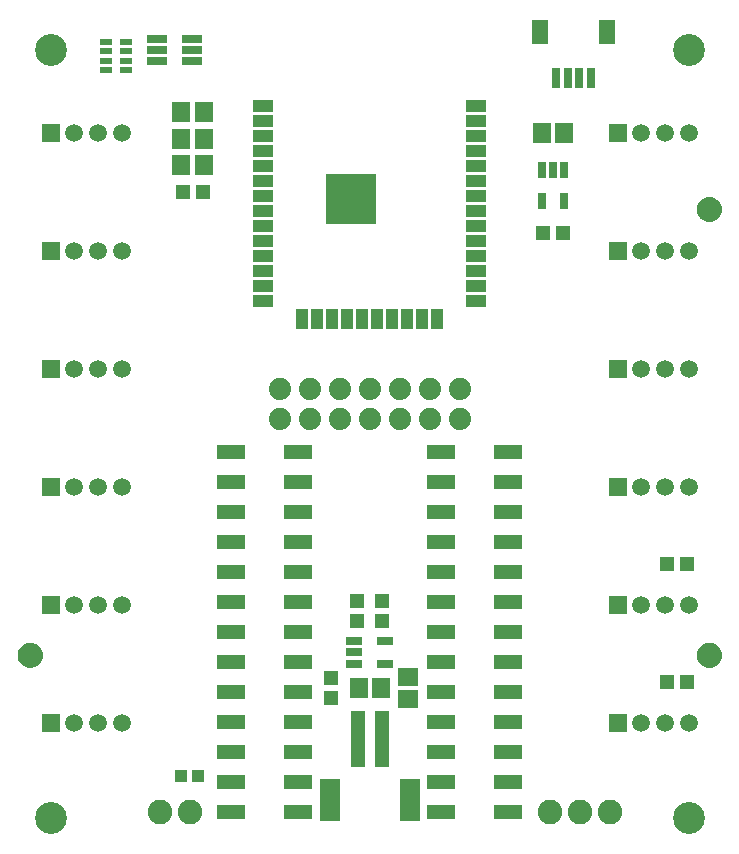
<source format=gbr>
G04 EAGLE Gerber RS-274X export*
G75*
%MOMM*%
%FSLAX34Y34*%
%LPD*%
%INSoldermask Top*%
%IPPOS*%
%AMOC8*
5,1,8,0,0,1.08239X$1,22.5*%
G01*
%ADD10C,2.703200*%
%ADD11R,1.511200X1.511200*%
%ADD12C,1.511200*%
%ADD13R,1.703200X1.103200*%
%ADD14R,1.103200X1.703200*%
%ADD15R,4.203200X4.203200*%
%ADD16R,1.203200X4.803200*%
%ADD17R,1.803200X3.603200*%
%ADD18R,1.403200X0.753200*%
%ADD19R,1.803200X0.703200*%
%ADD20R,1.103200X0.628200*%
%ADD21R,0.753200X1.403200*%
%ADD22R,1.303200X1.203200*%
%ADD23R,1.203200X1.303200*%
%ADD24R,1.703200X1.503200*%
%ADD25R,1.503200X1.703200*%
%ADD26R,1.003200X1.003200*%
%ADD27C,2.082800*%
%ADD28R,0.803200X1.753200*%
%ADD29R,1.403200X2.003200*%
%ADD30C,1.879600*%
%ADD31R,2.423200X1.223200*%

G36*
X-285708Y97020D02*
X-285708Y97020D01*
X-285665Y97032D01*
X-285599Y97039D01*
X-283916Y97490D01*
X-283875Y97509D01*
X-283812Y97528D01*
X-282232Y98265D01*
X-282195Y98291D01*
X-282136Y98320D01*
X-280708Y99320D01*
X-280677Y99352D01*
X-280624Y99391D01*
X-279391Y100624D01*
X-279366Y100660D01*
X-279320Y100708D01*
X-278320Y102136D01*
X-278302Y102177D01*
X-278265Y102232D01*
X-277528Y103812D01*
X-277517Y103855D01*
X-277490Y103916D01*
X-277039Y105599D01*
X-277037Y105631D01*
X-277030Y105652D01*
X-277030Y105667D01*
X-277020Y105708D01*
X-276868Y107445D01*
X-276872Y107489D01*
X-276868Y107555D01*
X-277020Y109292D01*
X-277032Y109335D01*
X-277039Y109401D01*
X-277490Y111084D01*
X-277509Y111125D01*
X-277528Y111188D01*
X-278265Y112768D01*
X-278291Y112805D01*
X-278320Y112864D01*
X-279320Y114292D01*
X-279352Y114323D01*
X-279391Y114376D01*
X-280624Y115609D01*
X-280660Y115634D01*
X-280708Y115680D01*
X-282136Y116680D01*
X-282177Y116698D01*
X-282232Y116735D01*
X-283812Y117472D01*
X-283855Y117483D01*
X-283916Y117510D01*
X-285599Y117961D01*
X-285644Y117964D01*
X-285708Y117980D01*
X-287445Y118132D01*
X-287489Y118128D01*
X-287555Y118132D01*
X-289292Y117980D01*
X-289335Y117968D01*
X-289401Y117961D01*
X-291084Y117510D01*
X-291125Y117491D01*
X-291188Y117472D01*
X-292768Y116735D01*
X-292805Y116709D01*
X-292864Y116680D01*
X-294292Y115680D01*
X-294323Y115648D01*
X-294376Y115609D01*
X-295609Y114376D01*
X-295634Y114340D01*
X-295680Y114292D01*
X-296680Y112864D01*
X-296698Y112823D01*
X-296735Y112768D01*
X-297472Y111188D01*
X-297483Y111145D01*
X-297510Y111084D01*
X-297961Y109401D01*
X-297964Y109356D01*
X-297980Y109292D01*
X-298132Y107555D01*
X-298128Y107511D01*
X-298132Y107445D01*
X-297980Y105708D01*
X-297968Y105665D01*
X-297964Y105631D01*
X-297964Y105615D01*
X-297962Y105610D01*
X-297961Y105599D01*
X-297510Y103916D01*
X-297491Y103875D01*
X-297472Y103812D01*
X-296735Y102232D01*
X-296709Y102195D01*
X-296680Y102136D01*
X-295680Y100708D01*
X-295648Y100677D01*
X-295609Y100624D01*
X-294376Y99391D01*
X-294340Y99366D01*
X-294292Y99320D01*
X-292864Y98320D01*
X-292823Y98302D01*
X-292768Y98265D01*
X-291188Y97528D01*
X-291145Y97517D01*
X-291084Y97490D01*
X-289401Y97039D01*
X-289356Y97036D01*
X-289292Y97020D01*
X-287555Y96868D01*
X-287511Y96872D01*
X-287445Y96868D01*
X-285708Y97020D01*
G37*
G36*
X289292Y97020D02*
X289292Y97020D01*
X289335Y97032D01*
X289401Y97039D01*
X291084Y97490D01*
X291125Y97509D01*
X291188Y97528D01*
X292768Y98265D01*
X292805Y98291D01*
X292864Y98320D01*
X294292Y99320D01*
X294323Y99352D01*
X294376Y99391D01*
X295609Y100624D01*
X295634Y100660D01*
X295680Y100708D01*
X296680Y102136D01*
X296698Y102177D01*
X296735Y102232D01*
X297472Y103812D01*
X297483Y103855D01*
X297510Y103916D01*
X297961Y105599D01*
X297963Y105631D01*
X297970Y105652D01*
X297970Y105667D01*
X297980Y105708D01*
X298132Y107445D01*
X298128Y107489D01*
X298132Y107555D01*
X297980Y109292D01*
X297968Y109335D01*
X297961Y109401D01*
X297510Y111084D01*
X297491Y111125D01*
X297472Y111188D01*
X296735Y112768D01*
X296709Y112805D01*
X296680Y112864D01*
X295680Y114292D01*
X295648Y114323D01*
X295609Y114376D01*
X294376Y115609D01*
X294340Y115634D01*
X294292Y115680D01*
X292864Y116680D01*
X292823Y116698D01*
X292768Y116735D01*
X291188Y117472D01*
X291145Y117483D01*
X291084Y117510D01*
X289401Y117961D01*
X289356Y117964D01*
X289292Y117980D01*
X287555Y118132D01*
X287511Y118128D01*
X287445Y118132D01*
X285708Y117980D01*
X285665Y117968D01*
X285599Y117961D01*
X283916Y117510D01*
X283875Y117491D01*
X283812Y117472D01*
X282232Y116735D01*
X282195Y116709D01*
X282136Y116680D01*
X280708Y115680D01*
X280677Y115648D01*
X280624Y115609D01*
X279391Y114376D01*
X279366Y114340D01*
X279320Y114292D01*
X278320Y112864D01*
X278302Y112823D01*
X278265Y112768D01*
X277528Y111188D01*
X277517Y111145D01*
X277490Y111084D01*
X277039Y109401D01*
X277036Y109356D01*
X277020Y109292D01*
X276868Y107555D01*
X276872Y107511D01*
X276868Y107445D01*
X277020Y105708D01*
X277032Y105665D01*
X277036Y105631D01*
X277036Y105615D01*
X277038Y105610D01*
X277039Y105599D01*
X277490Y103916D01*
X277509Y103875D01*
X277528Y103812D01*
X278265Y102232D01*
X278291Y102195D01*
X278320Y102136D01*
X279320Y100708D01*
X279352Y100677D01*
X279391Y100624D01*
X280624Y99391D01*
X280660Y99366D01*
X280708Y99320D01*
X282136Y98320D01*
X282177Y98302D01*
X282232Y98265D01*
X283812Y97528D01*
X283855Y97517D01*
X283916Y97490D01*
X285599Y97039D01*
X285644Y97036D01*
X285708Y97020D01*
X287445Y96868D01*
X287489Y96872D01*
X287555Y96868D01*
X289292Y97020D01*
G37*
G36*
X289292Y474520D02*
X289292Y474520D01*
X289335Y474532D01*
X289401Y474539D01*
X291084Y474990D01*
X291125Y475009D01*
X291188Y475028D01*
X292768Y475765D01*
X292805Y475791D01*
X292864Y475820D01*
X294292Y476820D01*
X294323Y476852D01*
X294376Y476891D01*
X295609Y478124D01*
X295634Y478160D01*
X295680Y478208D01*
X296680Y479636D01*
X296698Y479677D01*
X296735Y479732D01*
X297472Y481312D01*
X297483Y481355D01*
X297510Y481416D01*
X297961Y483099D01*
X297963Y483131D01*
X297970Y483152D01*
X297970Y483167D01*
X297980Y483208D01*
X298132Y484945D01*
X298128Y484989D01*
X298132Y485055D01*
X297980Y486792D01*
X297968Y486835D01*
X297961Y486901D01*
X297510Y488584D01*
X297491Y488625D01*
X297472Y488688D01*
X296735Y490268D01*
X296709Y490305D01*
X296680Y490364D01*
X295680Y491792D01*
X295648Y491823D01*
X295609Y491876D01*
X294376Y493109D01*
X294340Y493134D01*
X294292Y493180D01*
X292864Y494180D01*
X292823Y494198D01*
X292768Y494235D01*
X291188Y494972D01*
X291145Y494983D01*
X291084Y495010D01*
X289401Y495461D01*
X289356Y495464D01*
X289292Y495480D01*
X287555Y495632D01*
X287511Y495628D01*
X287445Y495632D01*
X285708Y495480D01*
X285665Y495468D01*
X285599Y495461D01*
X283916Y495010D01*
X283875Y494991D01*
X283812Y494972D01*
X282232Y494235D01*
X282195Y494209D01*
X282136Y494180D01*
X280708Y493180D01*
X280677Y493148D01*
X280624Y493109D01*
X279391Y491876D01*
X279366Y491840D01*
X279320Y491792D01*
X278320Y490364D01*
X278302Y490323D01*
X278265Y490268D01*
X277528Y488688D01*
X277517Y488645D01*
X277490Y488584D01*
X277039Y486901D01*
X277036Y486856D01*
X277020Y486792D01*
X276868Y485055D01*
X276872Y485011D01*
X276868Y484945D01*
X277020Y483208D01*
X277032Y483165D01*
X277036Y483131D01*
X277036Y483115D01*
X277038Y483110D01*
X277039Y483099D01*
X277490Y481416D01*
X277509Y481375D01*
X277528Y481312D01*
X278265Y479732D01*
X278291Y479695D01*
X278320Y479636D01*
X279320Y478208D01*
X279352Y478177D01*
X279391Y478124D01*
X280624Y476891D01*
X280660Y476866D01*
X280708Y476820D01*
X282136Y475820D01*
X282177Y475802D01*
X282232Y475765D01*
X283812Y475028D01*
X283855Y475017D01*
X283916Y474990D01*
X285599Y474539D01*
X285644Y474536D01*
X285708Y474520D01*
X287445Y474368D01*
X287489Y474372D01*
X287555Y474368D01*
X289292Y474520D01*
G37*
D10*
X-270000Y-30000D03*
X270000Y-30000D03*
X270000Y620000D03*
X-270000Y620000D03*
D11*
X210000Y550000D03*
D12*
X230000Y550000D03*
X250000Y550000D03*
X270000Y550000D03*
D13*
X-90000Y572300D03*
X-90000Y559600D03*
X-90000Y546900D03*
X-90000Y534200D03*
X-90000Y521500D03*
X-90000Y508800D03*
X-90000Y496100D03*
X-90000Y483400D03*
X-90000Y470700D03*
X-90000Y458000D03*
X-90000Y445300D03*
X-90000Y432600D03*
X-90000Y419900D03*
X-90000Y407200D03*
D14*
X-57150Y392300D03*
X-44450Y392300D03*
X-31750Y392300D03*
X-19050Y392300D03*
X-6350Y392300D03*
X6350Y392300D03*
X19050Y392300D03*
X31750Y392300D03*
X44450Y392300D03*
X57150Y392300D03*
D13*
X90000Y407200D03*
X90000Y419900D03*
X90000Y432600D03*
X90000Y445300D03*
X90000Y458000D03*
X90000Y470700D03*
X90000Y483400D03*
X90000Y496100D03*
X90000Y508800D03*
X90000Y521500D03*
X90000Y534200D03*
X90000Y546900D03*
X90000Y559600D03*
X90000Y572300D03*
D15*
X-15500Y493800D03*
D16*
X10000Y37000D03*
X-10000Y37000D03*
D17*
X34000Y-15000D03*
X-34000Y-15000D03*
D18*
X-13001Y119500D03*
X-13001Y110000D03*
X-13001Y100500D03*
X13001Y100500D03*
X13001Y119500D03*
D19*
X-179750Y629000D03*
X-179750Y620000D03*
X-179750Y611000D03*
X-150250Y611000D03*
X-150250Y620000D03*
X-150250Y629000D03*
D20*
X-206500Y603000D03*
X-206500Y611000D03*
X-206500Y619000D03*
X-206500Y627000D03*
X-223500Y627000D03*
X-223500Y619000D03*
X-223500Y611000D03*
X-223500Y603000D03*
D21*
X164500Y518000D03*
X155000Y518000D03*
X145500Y518000D03*
X145500Y492000D03*
X164500Y492000D03*
D11*
X210000Y450000D03*
D12*
X230000Y450000D03*
X250000Y450000D03*
X270000Y450000D03*
D11*
X210000Y350000D03*
D12*
X230000Y350000D03*
X250000Y350000D03*
X270000Y350000D03*
D11*
X210000Y250000D03*
D12*
X230000Y250000D03*
X250000Y250000D03*
X270000Y250000D03*
D11*
X210000Y150000D03*
D12*
X230000Y150000D03*
X250000Y150000D03*
X270000Y150000D03*
D11*
X210000Y50000D03*
D12*
X230000Y50000D03*
X250000Y50000D03*
X270000Y50000D03*
D11*
X-270000Y550000D03*
D12*
X-250000Y550000D03*
X-230000Y550000D03*
X-210000Y550000D03*
D11*
X-270000Y450000D03*
D12*
X-250000Y450000D03*
X-230000Y450000D03*
X-210000Y450000D03*
D11*
X-270000Y350000D03*
D12*
X-250000Y350000D03*
X-230000Y350000D03*
X-210000Y350000D03*
D11*
X-270000Y250000D03*
D12*
X-250000Y250000D03*
X-230000Y250000D03*
X-210000Y250000D03*
D11*
X-270000Y150000D03*
D12*
X-250000Y150000D03*
X-230000Y150000D03*
X-210000Y150000D03*
D11*
X-270000Y50000D03*
D12*
X-250000Y50000D03*
X-230000Y50000D03*
X-210000Y50000D03*
D22*
X-32500Y71500D03*
X-32500Y88500D03*
X10625Y153500D03*
X10625Y136500D03*
X-10625Y153500D03*
X-10625Y136500D03*
D23*
X-141500Y500000D03*
X-158500Y500000D03*
X146500Y465000D03*
X163500Y465000D03*
D24*
X32500Y89500D03*
X32500Y70500D03*
D25*
X-9500Y80000D03*
X9500Y80000D03*
X-140500Y545000D03*
X-159500Y545000D03*
X-140500Y567500D03*
X-159500Y567500D03*
X-140500Y522500D03*
X-159500Y522500D03*
D26*
X-160000Y5000D03*
X-145000Y5000D03*
D25*
X164500Y550000D03*
X145500Y550000D03*
D27*
X-177800Y-25400D03*
X-152400Y-25400D03*
X152400Y-25400D03*
X177800Y-25400D03*
X203200Y-25400D03*
D23*
X268500Y85000D03*
X251500Y85000D03*
X268500Y185000D03*
X251500Y185000D03*
D28*
X187500Y596110D03*
X177500Y596110D03*
X167500Y596110D03*
X157500Y596110D03*
D29*
X200500Y635110D03*
X144500Y635110D03*
D30*
X76200Y307300D03*
X76200Y332700D03*
X-25400Y307300D03*
X-25400Y332700D03*
X-50800Y307300D03*
X-50800Y332700D03*
X50800Y307300D03*
X50800Y332700D03*
X-76200Y307300D03*
X-76200Y332700D03*
X0Y307300D03*
X0Y332700D03*
X25400Y307300D03*
X25400Y332700D03*
D31*
X-60600Y203200D03*
X-117200Y203200D03*
X-60600Y177800D03*
X-117200Y177800D03*
X-60600Y152400D03*
X-117200Y152400D03*
X-60600Y127000D03*
X-117200Y127000D03*
X-60600Y101600D03*
X-117200Y101600D03*
X-60600Y76200D03*
X-117200Y76200D03*
X-60600Y50800D03*
X-117200Y50800D03*
X-60600Y0D03*
X-117200Y0D03*
X-60600Y228600D03*
X-117200Y228600D03*
X-60600Y254000D03*
X-117200Y254000D03*
X-60600Y279400D03*
X-117200Y279400D03*
X-60600Y-25400D03*
X-117200Y-25400D03*
X-60600Y25400D03*
X-117200Y25400D03*
X60600Y0D03*
X117200Y0D03*
X60600Y76200D03*
X117200Y76200D03*
X60600Y101600D03*
X117200Y101600D03*
X60600Y127000D03*
X117200Y127000D03*
X60600Y152400D03*
X117200Y152400D03*
X60600Y177800D03*
X117200Y177800D03*
X60600Y203200D03*
X117200Y203200D03*
X60600Y25400D03*
X117200Y25400D03*
X60600Y279400D03*
X117200Y279400D03*
X60600Y254000D03*
X117200Y254000D03*
X60600Y-25400D03*
X117200Y-25400D03*
X60600Y228600D03*
X117200Y228600D03*
X60600Y50800D03*
X117200Y50800D03*
M02*

</source>
